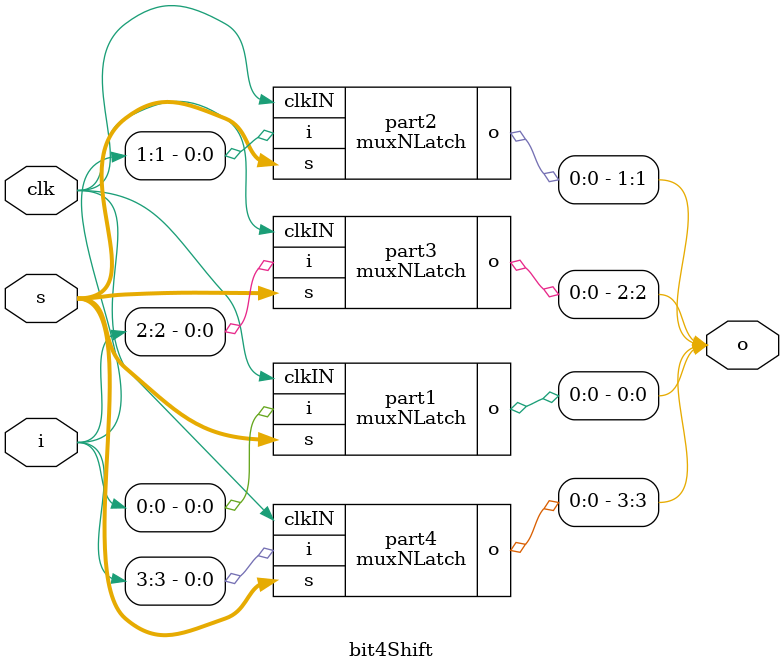
<source format=sv>
module bit2in4MUX(// 4 to 1 MUX
  input[1:0] s,
  input[3:0] i,
  output o,
);
  assign o = (s[0]) ? ((s[1]) ? i[3] : i[1]) : ((s[1]) ? i[2] : i[0]);
endmodule

module dff(output q, nq, input clk, d);
logic r, s, nr, ns;
nand gq(q, nr, nq), gnq(nq, ns, q),
gr(nr, clk, r), gs(ns, nr, clk, s),
gr1(r, nr, s), gs1(s, ns, d);
endmodule

module muxNLatch(
	input i,
    input[1:0] s,     //00 - do nth, 01 set 0, 10 negate, 11 parallel load
    input clkIN,      //clock input
    output o,
);
  logic notq, temp;
  bit2in4MUX mux(s,{i,notq,1'b0,o},temp);
  dff d_latch(o,notq,clkIN,temp);
endmodule

module bit4Shift(
  input[1:0] s,
  input[3:0] i,
  input clk,
  output[3:0] o
);
  muxNLatch part1(i[0],s,clk,o[0]);
  muxNLatch part2(i[1],s,clk,o[1]);
  muxNLatch part3(i[2],s,clk,o[2]);
  muxNLatch part4(i[3],s,clk,o[3]);
endmodule
</source>
